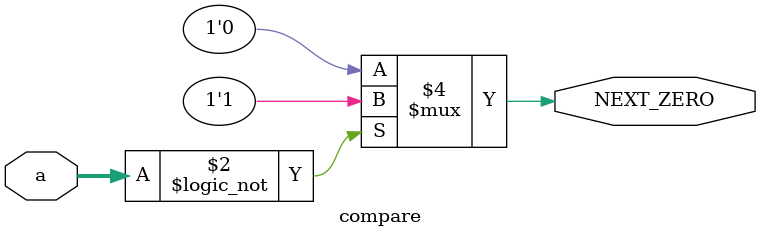
<source format=v>
`timescale 1ns / 1ps


module compare(a,NEXT_ZERO);
    parameter WIDTH = 8;
    input [WIDTH-1:0] a;
    output NEXT_ZERO;
    reg NEXT_ZERO;
    always@(a)begin
        if(a == 0)
            NEXT_ZERO = 1;
        else 
            NEXT_ZERO = 0;    
    end
endmodule

</source>
